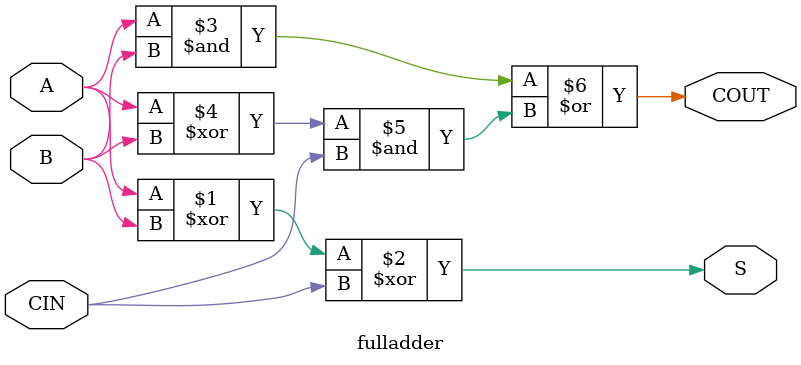
<source format=v>
module fulladder(A, B, CIN, COUT, S);
	input A;
	input B;
	input CIN;
	output S;
	output COUT;
	
	assign S = (A ^ B) ^ CIN;
	assign COUT = (A & B)|((A ^ B) & CIN); 
endmodule
</source>
